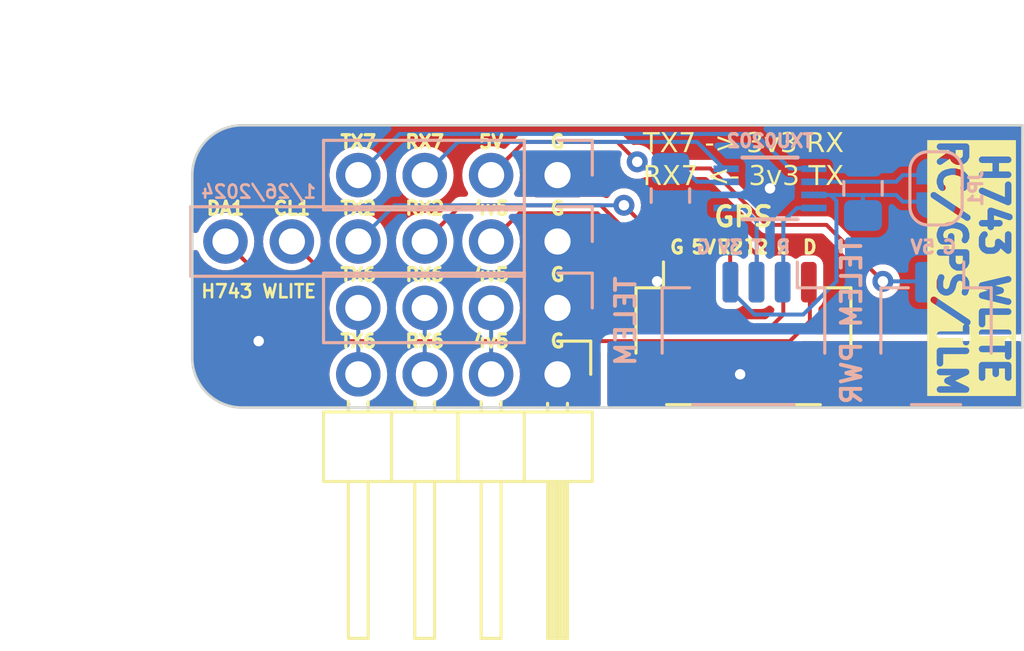
<source format=kicad_pcb>
(kicad_pcb (version 20221018) (generator pcbnew)
  (title_block (title "MATEK H743 WLITE RC/GPS/TLM Breakout with Level Shifter") (date "2024-01-28") (rev "1.0"))
  (layers (0 "F.Cu" signal) (1 "In1.Cu" signal) (2 "In2.Cu" signal) (31 "B.Cu" signal) (34 "B.Paste" user) (35 "F.Paste" user) (36 "B.SilkS" user "B.Silkscreen") (37 "F.SilkS" user "F.Silkscreen") (38 "B.Mask" user) (39 "F.Mask" user) (44 "Edge.Cuts" user))
  (net 0 "")
  (net 1 "GND")
  (net 2 "+4V")
  (net 3 "/all_three/RX2")
  (net 4 "/all_three/TX2")
  (net 5 "/all_three/CL1")
  (net 6 "/all_three/DA1")
  (net 7 "/all_three/RX6")
  (net 8 "/all_three/TX6")
  (net 9 "+5V")
  (net 10 "/all_three/RX7")
  (net 11 "/all_three/TX7")
  (net 12 "+3.3V")
  (net 13 "/all_three/RX_3V")
  (net 14 "/all_three/TX_3V")
  (net 15 "Net-(JP1-A)")
  (net 16 "/all_three/4V5")
  (net 17 "/all_three/MP")
  (footprint "Library:JST_SH_SM06B-SRSS-TB_1x06-1MP_P1.00mm_Horizontal" (layer "F.Cu") (at 146.812 138.176)
    (fp_text reference "J4" hide)
    (fp_text value "GPS")
    (fp_line (start -4.11 -1.785) (end -3.06 -1.785) (stroke (width 0.12)) (layer "F.SilkS"))
    (fp_line (start -4.11 0.715) (end -4.11 -1.785) (stroke (width 0.12)) (layer "F.SilkS"))
    (fp_line (start -3.06 -1.785) (end -3.06 -2.775) (stroke (width 0.12)) (layer "F.SilkS"))
    (fp_line (start -2.94 2.685) (end 2.94 2.685) (stroke (width 0.12)) (layer "F.SilkS"))
    (fp_line (start 4.11 -1.785) (end 3.06 -1.785) (stroke (width 0.12)) (layer "F.SilkS"))
    (fp_line (start 4.11 0.715) (end 4.11 -1.785) (stroke (width 0.12)) (layer "F.SilkS"))
    (pad "1" smd roundrect (at -2.5 -2) (size 0.6 1.55) (layers "F.Cu" "F.Paste" "F.Mask") (net 1 "GND"))
    (pad "2" smd roundrect (at -1.5 -2) (size 0.6 1.55) (layers "F.Cu" "F.Paste" "F.Mask") (net 16 "/all_three/4V5"))
    (pad "3" smd roundrect (at -0.5 -2) (size 0.6 1.55) (layers "F.Cu" "F.Paste" "F.Mask") (net 3 "/all_three/RX2"))
    (pad "4" smd roundrect (at 0.5 -2) (size 0.6 1.55) (layers "F.Cu" "F.Paste" "F.Mask") (net 4 "/all_three/TX2"))
    (pad "5" smd roundrect (at 1.5 -2) (size 0.6 1.55) (layers "F.Cu" "F.Paste" "F.Mask") (net 5 "/all_three/CL1"))
    (pad "6" smd roundrect (at 2.5 -2) (size 0.6 1.55) (layers "F.Cu" "F.Paste" "F.Mask") (net 6 "/all_three/DA1"))
    (pad "MP" smd roundrect (at -3.8 1.875) (size 1.2 1.8) (layers "F.Cu" "F.Paste" "F.Mask") (roundrect_rratio 0.208333) (net 17 "/all_three/MP"))
    (pad "MP" smd roundrect (at 3.8 1.875) (size 1.2 1.8) (layers "F.Cu" "F.Paste" "F.Mask") (roundrect_rratio 0.208333) (net 17 "/all_three/MP"))
  )
  (footprint "Connector_PinHeader_2.54mm:PinHeader_1x04_P2.54mm_Horizontal" (layer "F.Cu") (at 139.7 139.7 -90)
    (fp_text reference "J5" hide)
    (fp_text value "RC")
    (fp_line (start -1.27 -1.27) (end 0 -1.27) (stroke (width 0.12)) (layer "F.SilkS"))
    (fp_line (start -1.27 0) (end -1.27 -1.27) (stroke (width 0.12)) (layer "F.SilkS"))
    (fp_line (start 1.042929 2.16) (end 1.44 2.16) (stroke (width 0.12)) (layer "F.SilkS"))
    (fp_line (start 1.042929 2.92) (end 1.44 2.92) (stroke (width 0.12)) (layer "F.SilkS"))
    (fp_line (start 1.042929 4.7) (end 1.44 4.7) (stroke (width 0.12)) (layer "F.SilkS"))
    (fp_line (start 1.042929 5.46) (end 1.44 5.46) (stroke (width 0.12)) (layer "F.SilkS"))
    (fp_line (start 1.042929 7.24) (end 1.44 7.24) (stroke (width 0.12)) (layer "F.SilkS"))
    (fp_line (start 1.042929 8) (end 1.44 8) (stroke (width 0.12)) (layer "F.SilkS"))
    (fp_line (start 1.11 -0.38) (end 1.44 -0.38) (stroke (width 0.12)) (layer "F.SilkS"))
    (fp_line (start 1.11 0.38) (end 1.44 0.38) (stroke (width 0.12)) (layer "F.SilkS"))
    (fp_line (start 1.44 -1.33) (end 1.44 8.95) (stroke (width 0.12)) (layer "F.SilkS"))
    (fp_line (start 1.44 1.27) (end 4.1 1.27) (stroke (width 0.12)) (layer "F.SilkS"))
    (fp_line (start 1.44 3.81) (end 4.1 3.81) (stroke (width 0.12)) (layer "F.SilkS"))
    (fp_line (start 1.44 6.35) (end 4.1 6.35) (stroke (width 0.12)) (layer "F.SilkS"))
    (fp_line (start 1.44 8.95) (end 4.1 8.95) (stroke (width 0.12)) (layer "F.SilkS"))
    (fp_line (start 4.1 -1.33) (end 1.44 -1.33) (stroke (width 0.12)) (layer "F.SilkS"))
    (fp_line (start 4.1 -0.38) (end 10.1 -0.38) (stroke (width 0.12)) (layer "F.SilkS"))
    (fp_line (start 4.1 -0.32) (end 10.1 -0.32) (stroke (width 0.12)) (layer "F.SilkS"))
    (fp_line (start 4.1 -0.2) (end 10.1 -0.2) (stroke (width 0.12)) (layer "F.SilkS"))
    (fp_line (start 4.1 -0.08) (end 10.1 -0.08) (stroke (width 0.12)) (layer "F.SilkS"))
    (fp_line (start 4.1 0.04) (end 10.1 0.04) (stroke (width 0.12)) (layer "F.SilkS"))
    (fp_line (start 4.1 0.16) (end 10.1 0.16) (stroke (width 0.12)) (layer "F.SilkS"))
    (fp_line (start 4.1 0.28) (end 10.1 0.28) (stroke (width 0.12)) (layer "F.SilkS"))
    (fp_line (start 4.1 2.16) (end 10.1 2.16) (stroke (width 0.12)) (layer "F.SilkS"))
    (fp_line (start 4.1 4.7) (end 10.1 4.7) (stroke (width 0.12)) (layer "F.SilkS"))
    (fp_line (start 4.1 7.24) (end 10.1 7.24) (stroke (width 0.12)) (layer "F.SilkS"))
    (fp_line (start 4.1 8.95) (end 4.1 -1.33) (stroke (width 0.12)) (layer "F.SilkS"))
    (fp_line (start 10.1 -0.38) (end 10.1 0.38) (stroke (width 0.12)) (layer "F.SilkS"))
    (fp_line (start 10.1 0.38) (end 4.1 0.38) (stroke (width 0.12)) (layer "F.SilkS"))
    (fp_line (start 10.1 2.16) (end 10.1 2.92) (stroke (width 0.12)) (layer "F.SilkS"))
    (fp_line (start 10.1 2.92) (end 4.1 2.92) (stroke (width 0.12)) (layer "F.SilkS"))
    (fp_line (start 10.1 4.7) (end 10.1 5.46) (stroke (width 0.12)) (layer "F.SilkS"))
    (fp_line (start 10.1 5.46) (end 4.1 5.46) (stroke (width 0.12)) (layer "F.SilkS"))
    (fp_line (start 10.1 7.24) (end 10.1 8) (stroke (width 0.12)) (layer "F.SilkS"))
    (fp_line (start 10.1 8) (end 4.1 8) (stroke (width 0.12)) (layer "F.SilkS"))
    (pad "1" thru_hole rect (at 0 0 270) (size 1.7 1.7) (drill 1) (layers "*.Cu" "*.Mask") (net 1 "GND"))
    (pad "2" thru_hole oval (at 0 2.54 270) (size 1.7 1.7) (drill 1) (layers "*.Cu" "*.Mask") (net 2 "+4V"))
    (pad "3" thru_hole oval (at 0 5.08 270) (size 1.7 1.7) (drill 1) (layers "*.Cu" "*.Mask") (net 7 "/all_three/RX6"))
    (pad "4" thru_hole oval (at 0 7.62 270) (size 1.7 1.7) (drill 1) (layers "*.Cu" "*.Mask") (net 8 "/all_three/TX6"))
  )
  (footprint "Library:JST_SH_SM04B-SRSS-TB_1x04-1MP_P1.00mm_Horizontal" (layer "B.Cu") (at 146.812 138.176 180)
    (fp_text reference "J8" hide)
    (fp_text value "Conn_01x05")
    (fp_line (start -3.11 -0.715) (end -3.11 1.785) (stroke (width 0.12)) (layer "B.SilkS"))
    (fp_line (start -3.11 1.785) (end -2.06 1.785) (stroke (width 0.12)) (layer "B.SilkS"))
    (fp_line (start -2.06 1.785) (end -2.06 2.775) (stroke (width 0.12)) (layer "B.SilkS"))
    (fp_line (start -1.94 -2.685) (end 1.94 -2.685) (stroke (width 0.12)) (layer "B.SilkS"))
    (fp_line (start 3.11 -0.715) (end 3.11 1.785) (stroke (width 0.12)) (layer "B.SilkS"))
    (fp_line (start 3.11 1.785) (end 2.06 1.785) (stroke (width 0.12)) (layer "B.SilkS"))
    (pad "1" smd roundrect (at -1.5 2 180) (size 0.6 1.55) (layers "B.Cu" "B.Paste" "B.Mask") (net 13 "/all_three/RX_3V"))
    (pad "2" smd roundrect (at -0.5 2 180) (size 0.6 1.55) (layers "B.Cu" "B.Paste" "B.Mask") (net 14 "/all_three/TX_3V"))
    (pad "3" smd roundrect (at 0.5 2 180) (size 0.6 1.55) (layers "B.Cu" "B.Paste" "B.Mask") (net 12 "+3.3V"))
    (pad "4" smd roundrect (at 1.5 2 180) (size 0.6 1.55) (layers "B.Cu" "B.Paste" "B.Mask") (net 1 "GND"))
    (pad "MP" smd roundrect (at -2.8 -1.875 180) (size 1.2 1.8) (layers "B.Cu" "B.Paste" "B.Mask") (roundrect_rratio 0.208333) (net 17 "/all_three/MP"))
    (pad "MP" smd roundrect (at 2.8 -1.875 180) (size 1.2 1.8) (layers "B.Cu" "B.Paste" "B.Mask") (roundrect_rratio 0.208333) (net 17 "/all_three/MP"))
  )
  (footprint "Capacitor_SMD:C_0805_2012Metric_Pad1.18x1.45mm_HandSolder" (layer "B.Cu") (at 144.018 132.8635 -90)
    (fp_text reference "C1" hide)
    (fp_text value "0.1uF")
    (fp_line (start -0.261252 -0.735) (end 0.261252 -0.735) (stroke (width 0.12)) (layer "B.SilkS"))
    (fp_line (start -0.261252 0.735) (end 0.261252 0.735) (stroke (width 0.12)) (layer "B.SilkS"))
    (pad "1" smd roundrect (at -1.0375 0 270) (size 1.175 1.45) (layers "B.Cu" "B.Paste" "B.Mask") (roundrect_rratio 0.212766) (net 9 "+5V"))
    (pad "2" smd roundrect (at 1.0375 0 270) (size 1.175 1.45) (layers "B.Cu" "B.Paste" "B.Mask") (roundrect_rratio 0.212766) (net 1 "GND"))
  )
  (footprint "Connector_JST:JST_SH_SM02B-SRSS-TB_1x02-1MP_P1.00mm_Horizontal" (layer "B.Cu") (at 154.178 138.176 180)
    (fp_text reference "J6" hide)
    (fp_text value "5V_PWR")
    (fp_line (start -2.11 -0.715) (end -2.11 1.785) (stroke (width 0.12)) (layer "B.SilkS"))
    (fp_line (start -2.11 1.785) (end -1.06 1.785) (stroke (width 0.12)) (layer "B.SilkS"))
    (fp_line (start -1.06 1.785) (end -1.06 2.775) (stroke (width 0.12)) (layer "B.SilkS"))
    (fp_line (start -0.94 -2.685) (end 0.94 -2.685) (stroke (width 0.12)) (layer "B.SilkS"))
    (fp_line (start 2.11 -0.715) (end 2.11 1.785) (stroke (width 0.12)) (layer "B.SilkS"))
    (fp_line (start 2.11 1.785) (end 1.06 1.785) (stroke (width 0.12)) (layer "B.SilkS"))
    (pad "1" smd roundrect (at -0.5 2 180) (size 0.6 1.55) (layers "B.Cu" "B.Paste" "B.Mask") (net 1 "GND"))
    (pad "2" smd roundrect (at 0.5 2 180) (size 0.6 1.55) (layers "B.Cu" "B.Paste" "B.Mask") (net 9 "+5V"))
    (pad "MP" smd roundrect (at -1.8 -1.875 180) (size 1.2 1.8) (layers "B.Cu" "B.Paste" "B.Mask") (roundrect_rratio 0.208333) (net 17 "/all_three/MP"))
    (pad "MP" smd roundrect (at 1.8 -1.875 180) (size 1.2 1.8) (layers "B.Cu" "B.Paste" "B.Mask") (roundrect_rratio 0.208333) (net 17 "/all_three/MP"))
  )
  (footprint "Connector_PinSocket_2.54mm:PinSocket_1x06_P2.54mm_Vertical" (layer "B.Cu") (at 139.7 134.62 90)
    (fp_text reference "J1" hide)
    (fp_text value "GPS_BRD")
    (fp_line (start -1.33 -14.03) (end 1.33 -14.03) (stroke (width 0.12)) (layer "B.SilkS"))
    (fp_line (start -1.33 -1.27) (end -1.33 -14.03) (stroke (width 0.12)) (layer "B.SilkS"))
    (fp_line (start -1.33 -1.27) (end 1.33 -1.27) (stroke (width 0.12)) (layer "B.SilkS"))
    (fp_line (start 0 1.33) (end 1.33 1.33) (stroke (width 0.12)) (layer "B.SilkS"))
    (fp_line (start 1.33 -1.27) (end 1.33 -14.03) (stroke (width 0.12)) (layer "B.SilkS"))
    (fp_line (start 1.33 1.33) (end 1.33 0) (stroke (width 0.12)) (layer "B.SilkS"))
    (pad "1" thru_hole rect (at 0 0 90) (size 1.7 1.7) (drill 1) (layers "*.Cu" "*.Mask") (net 1 "GND"))
    (pad "2" thru_hole oval (at 0 -2.54 90) (size 1.7 1.7) (drill 1) (layers "*.Cu" "*.Mask") (net 16 "/all_three/4V5"))
    (pad "3" thru_hole oval (at 0 -5.08 90) (size 1.7 1.7) (drill 1) (layers "*.Cu" "*.Mask") (net 3 "/all_three/RX2"))
    (pad "4" thru_hole oval (at 0 -7.62 90) (size 1.7 1.7) (drill 1) (layers "*.Cu" "*.Mask") (net 4 "/all_three/TX2"))
    (pad "5" thru_hole oval (at 0 -10.16 90) (size 1.7 1.7) (drill 1) (layers "*.Cu" "*.Mask") (net 5 "/all_three/CL1"))
    (pad "6" thru_hole oval (at 0 -12.7 90) (size 1.7 1.7) (drill 1) (layers "*.Cu" "*.Mask") (net 6 "/all_three/DA1"))
  )
  (footprint "Connector_PinSocket_2.54mm:PinSocket_1x04_P2.54mm_Vertical" (layer "B.Cu") (at 139.7 137.16 90)
    (fp_text reference "J3" hide)
    (fp_text value "RC_BRD")
    (fp_line (start -1.33 -8.95) (end 1.33 -8.95) (stroke (width 0.12)) (layer "B.SilkS"))
    (fp_line (start -1.33 -1.27) (end -1.33 -8.95) (stroke (width 0.12)) (layer "B.SilkS"))
    (fp_line (start -1.33 -1.27) (end 1.33 -1.27) (stroke (width 0.12)) (layer "B.SilkS"))
    (fp_line (start 0 1.33) (end 1.33 1.33) (stroke (width 0.12)) (layer "B.SilkS"))
    (fp_line (start 1.33 -1.27) (end 1.33 -8.95) (stroke (width 0.12)) (layer "B.SilkS"))
    (fp_line (start 1.33 1.33) (end 1.33 0) (stroke (width 0.12)) (layer "B.SilkS"))
    (pad "1" thru_hole rect (at 0 0 90) (size 1.7 1.7) (drill 1) (layers "*.Cu" "*.Mask") (net 1 "GND"))
    (pad "2" thru_hole oval (at 0 -2.54 90) (size 1.7 1.7) (drill 1) (layers "*.Cu" "*.Mask") (net 2 "+4V"))
    (pad "3" thru_hole oval (at 0 -5.08 90) (size 1.7 1.7) (drill 1) (layers "*.Cu" "*.Mask") (net 7 "/all_three/RX6"))
    (pad "4" thru_hole oval (at 0 -7.62 90) (size 1.7 1.7) (drill 1) (layers "*.Cu" "*.Mask") (net 8 "/all_three/TX6"))
  )
  (footprint "Jumper:SolderJumper-2_P1.3mm_Bridged_RoundedPad1.0x1.5mm" (layer "B.Cu") (at 154.178 132.588 -90)
    (fp_text reference "JP1" (at 0 -1.524 90) (layer "B.SilkS") (effects (font (size 0.5 0.5)) (justify mirror)))
    (fp_text value "Jumper_2_Bridged")
    (fp_poly (pts (xy 0.25 0.3) (xy -0.25 0.3) (xy -0.25 -0.3) (xy 0.25 -0.3)) (fill solid) (layer "B.Cu"))
    (fp_line (start -1.4 -0.3) (end -1.4 0.3) (stroke (width 0.12)) (layer "B.SilkS"))
    (fp_line (start -0.7 1) (end 0.7 1) (stroke (width 0.12)) (layer "B.SilkS"))
    (fp_line (start 0.7 -1) (end -0.7 -1) (stroke (width 0.12)) (layer "B.SilkS"))
    (fp_line (start 1.4 0.3) (end 1.4 -0.3) (stroke (width 0.12)) (layer "B.SilkS"))
    (fp_arc (start -1.4 -0.3) (mid -1.194975 -0.794975) (end -0.7 -1) (stroke (width 0.12)) (layer "B.SilkS"))
    (fp_arc (start -0.7 1) (mid -1.194975 0.794975) (end -1.4 0.3) (stroke (width 0.12)) (layer "B.SilkS"))
    (fp_arc (start 0.7 -1) (mid 1.194975 -0.794975) (end 1.4 -0.3) (stroke (width 0.12)) (layer "B.SilkS"))
    (fp_arc (start 1.4 0.3) (mid 1.194975 0.794975) (end 0.7 1) (stroke (width 0.12)) (layer "B.SilkS"))
    (pad "1" smd custom (at -0.65 0 270) (size 1 0.5) (layers "B.Cu" "B.Mask") (net 15 "Net-(JP1-A)") (options (clearance outline) (anchor rect)) (primitives (gr_circle (center 0 -0.25) (end 0.5 -0.25) (width 0) (fill yes)) (gr_circle (center 0 0.25) (end 0.5 0.25) (width 0) (fill yes)) (gr_poly (pts (xy 0.5 -0.75) (xy 0 -0.75) (xy 0 0.75) (xy 0.5 0.75)) (width 0) (fill yes))))
    (pad "2" smd custom (at 0.65 0 270) (size 1 0.5) (layers "B.Cu" "B.Mask") (net 12 "+3.3V") (options (clearance outline) (anchor rect)) (primitives (gr_circle (center 0 -0.25) (end 0.5 -0.25) (width 0) (fill yes)) (gr_circle (center 0 0.25) (end 0.5 0.25) (width 0) (fill yes)) (gr_poly (pts (xy 0 -0.75) (xy -0.5 -0.75) (xy -0.5 0.75) (xy 0 0.75)) (width 0) (fill yes))))
  )
  (footprint "Library:SO8_DCU_TEX-M" (layer "B.Cu") (at 147.828 132.588)
    (fp_text reference "U1" hide)
    (fp_text value "TXU0202DCUR")
    (fp_line (start -1.058323 -1.1811) (end 1.058323 -1.1811) (stroke (width 0.1524)) (layer "B.SilkS"))
    (fp_line (start 1.058323 1.1811) (end -1.058323 1.1811) (stroke (width 0.1524)) (layer "B.SilkS"))
    (pad "1" smd rect (at -1.6764 0.750189) (size 0.9652 0.254) (layers "B.Cu" "B.Paste" "B.Mask") (net 14 "/all_three/TX_3V"))
    (pad "2" smd rect (at -1.6764 0.250063) (size 0.9652 0.254) (layers "B.Cu" "B.Paste" "B.Mask") (net 1 "GND"))
    (pad "3" smd rect (at -1.6764 -0.250063) (size 0.9652 0.254) (layers "B.Cu" "B.Paste" "B.Mask") (net 9 "+5V"))
    (pad "4" smd rect (at -1.6764 -0.750189) (size 0.9652 0.254) (layers "B.Cu" "B.Paste" "B.Mask") (net 10 "/all_three/RX7"))
    (pad "5" smd rect (at 1.6764 -0.750189) (size 0.9652 0.254) (layers "B.Cu" "B.Paste" "B.Mask") (net 11 "/all_three/TX7"))
    (pad "6" smd rect (at 1.6764 -0.250063) (size 0.9652 0.254) (layers "B.Cu" "B.Paste" "B.Mask") (net 15 "Net-(JP1-A)"))
    (pad "7" smd rect (at 1.6764 0.250063) (size 0.9652 0.254) (layers "B.Cu" "B.Paste" "B.Mask") (net 12 "+3.3V"))
    (pad "8" smd rect (at 1.6764 0.750189) (size 0.9652 0.254) (layers "B.Cu" "B.Paste" "B.Mask") (net 13 "/all_three/RX_3V"))
  )
  (footprint "Connector_PinSocket_2.54mm:PinSocket_1x04_P2.54mm_Vertical" (layer "B.Cu") (at 139.7 132.08 90)
    (fp_text reference "J2" hide)
    (fp_text value "TLM_BRD")
    (fp_line (start -1.33 -8.95) (end 1.33 -8.95) (stroke (width 0.12)) (layer "B.SilkS"))
    (fp_line (start -1.33 -1.27) (end -1.33 -8.95) (stroke (width 0.12)) (layer "B.SilkS"))
    (fp_line (start -1.33 -1.27) (end 1.33 -1.27) (stroke (width 0.12)) (layer "B.SilkS"))
    (fp_line (start 0 1.33) (end 1.33 1.33) (stroke (width 0.12)) (layer "B.SilkS"))
    (fp_line (start 1.33 -1.27) (end 1.33 -8.95) (stroke (width 0.12)) (layer "B.SilkS"))
    (fp_line (start 1.33 1.33) (end 1.33 0) (stroke (width 0.12)) (layer "B.SilkS"))
    (pad "1" thru_hole rect (at 0 0 90) (size 1.7 1.7) (drill 1) (layers "*.Cu" "*.Mask") (net 1 "GND"))
    (pad "2" thru_hole oval (at 0 -2.54 90) (size 1.7 1.7) (drill 1) (layers "*.Cu" "*.Mask") (net 9 "+5V"))
    (pad "3" thru_hole oval (at 0 -5.08 90) (size 1.7 1.7) (drill 1) (layers "*.Cu" "*.Mask") (net 10 "/all_three/RX7"))
    (pad "4" thru_hole oval (at 0 -7.62 90) (size 1.7 1.7) (drill 1) (layers "*.Cu" "*.Mask") (net 11 "/all_three/TX7"))
  )
  (footprint "Capacitor_SMD:C_0805_2012Metric_Pad1.18x1.45mm_HandSolder" (layer "B.Cu") (at 151.384 132.588 90)
    (fp_text reference "C2" hide)
    (fp_text value "0.1uF")
    (fp_line (start -0.261252 -0.735) (end 0.261252 -0.735) (stroke (width 0.12)) (layer "B.SilkS"))
    (fp_line (start -0.261252 0.735) (end 0.261252 0.735) (stroke (width 0.12)) (layer "B.SilkS"))
    (pad "1" smd roundrect (at -1.0375 0 90) (size 1.175 1.45) (layers "B.Cu" "B.Paste" "B.Mask") (roundrect_rratio 0.212766) (net 12 "+3.3V"))
    (pad "2" smd roundrect (at 1.0375 0 90) (size 1.175 1.45) (layers "B.Cu" "B.Paste" "B.Mask") (roundrect_rratio 0.212766) (net 1 "GND"))
  )
  (gr_line (start 157.48 140.97) (end 127.635 140.97) (stroke (width 0.1)) (layer "Edge.Cuts"))
  (gr_line (start 157.48 130.175) (end 157.48 140.97) (stroke (width 0.1)) (layer "Edge.Cuts"))
  (gr_line (start 127.635 130.175) (end 157.48 130.175) (stroke (width 0.1)) (layer "Edge.Cuts"))
  (gr_line (start 125.73 139.065) (end 125.73 132.08) (stroke (width 0.1)) (layer "Edge.Cuts"))
  (gr_arc (start 125.73 132.08) (mid 126.287962 130.732962) (end 127.635 130.175) (stroke (width 0.1)) (layer "Edge.Cuts"))
  (gr_arc (start 127.635 140.97) (mid 126.287962 140.412038) (end 125.73 139.065) (stroke (width 0.1)) (layer "Edge.Cuts"))
  (gr_text "3V" (at 146.304 135.128) (layer "B.SilkS") (effects (font (size 0.5 0.5) (thickness 0.125)) (justify bottom mirror)))
  (gr_text "5V" (at 153.67 135.128) (layer "B.SilkS") (effects (font (size 0.5 0.5) (thickness 0.125)) (justify bottom mirror)))
  (gr_text "G" (at 145.288 135.128) (layer "B.SilkS") (effects (font (size 0.5 0.5) (thickness 0.125)) (justify bottom mirror)))
  (gr_text "G" (at 154.686 135.128) (layer "B.SilkS") (effects (font (size 0.5 0.5) (thickness 0.125)) (justify bottom mirror)))
  (gr_text "TELEM PWR" (at 151.384 137.668 90) (layer "B.SilkS") (effects (font (size 0.75 0.75)) (justify bottom mirror)))
  (gr_text "T" (at 147.32 135.128) (layer "B.SilkS") (effects (font (size 0.5 0.5) (thickness 0.125)) (justify bottom mirror)))
  (gr_text "TXU0202" (at 147.828 131.064) (layer "B.SilkS") (effects (font (size 0.5 0.5) (thickness 0.3) bold) (justify bottom mirror)))
  (gr_text "R" (at 148.336 135.128) (layer "B.SilkS") (effects (font (size 0.5 0.5) (thickness 0.125)) (justify bottom mirror)))
  (gr_text "TELEM" (at 142.748 137.668 90) (layer "B.SilkS") (effects (font (size 0.75 0.75)) (justify bottom mirror)))
  (gr_text "1/26/2024" (at 128.27 132.715) (layer "B.SilkS") (effects (font (size 0.5 0.5) (thickness 0.1) bold) (justify mirror)))
  (gr_text "GPS" (at 146.812 134.112) (layer "F.SilkS") (effects (font (size 0.75 0.75)) (justify bottom)))
  (gr_text "C" (at 148.336 135.128) (layer "F.SilkS") (effects (font (size 0.5 0.5) (thickness 0.125)) (justify bottom)))
  (gr_text "4v5" (at 137.16 133.35) (layer "F.SilkS") (effects (font (size 0.5 0.5) (thickness 0.125))))
  (gr_text "TX6" (at 132.08 135.89) (layer "F.SilkS") (effects (font (size 0.5 0.5) (thickness 0.125))))
  (gr_text "RX6" (at 134.62 138.43) (layer "F.SilkS") (effects (font (size 0.5 0.5) (thickness 0.125))))
  (gr_text "H743 WLITE" (at 128.27 136.525) (layer "F.SilkS") (effects (font (size 0.5 0.5) (thickness 0.1) bold)))
  (gr_text "TX7 -> 3v3 RX\nRX7 <- 3v3 TX" (at 146.812 132.588) (layer "F.SilkS") (effects (font (size 0.75 0.75)) (justify bottom)))
  (gr_text "DA1" (at 127 133.35) (layer "F.SilkS") (effects (font (size 0.5 0.5) (thickness 0.125))))
  (gr_text "RX2" (at 134.62 133.35) (layer "F.SilkS") (effects (font (size 0.5 0.5) (thickness 0.125))))
  (gr_text "H743 WLITE\nRC/GPS/TLM" (at 156.972 135.636 270) (layer "F.SilkS" knockout) (effects (font (size 1 1) (thickness 0.25) bold) (justify top)))
  (gr_text "D" (at 149.352 135.128) (layer "F.SilkS") (effects (font (size 0.5 0.5) (thickness 0.125)) (justify bottom)))
  (gr_text "G" (at 139.7 135.89) (layer "F.SilkS") (effects (font (size 0.5 0.5) (thickness 0.125))))
  (gr_text "TX7" (at 132.08 130.81) (layer "F.SilkS") (effects (font (size 0.5 0.5) (thickness 0.125))))
  (gr_text "4v5" (at 137.16 135.89) (layer "F.SilkS") (effects (font (size 0.5 0.5) (thickness 0.125))))
  (gr_text "G" (at 139.7 130.81) (layer "F.SilkS") (effects (font (size 0.5 0.5) (thickness 0.125))))
  (gr_text "G" (at 144.272 135.128) (layer "F.SilkS") (effects (font (size 0.5 0.5) (thickness 0.125)) (justify bottom)))
  (gr_text "CL1" (at 129.54 133.35) (layer "F.SilkS") (effects (font (size 0.5 0.5) (thickness 0.125))))
  (gr_text "4v5" (at 137.16 138.43) (layer "F.SilkS") (effects (font (size 0.5 0.5) (thickness 0.125))))
  (gr_text "TX2" (at 132.08 133.35) (layer "F.SilkS") (effects (font (size 0.5 0.5) (thickness 0.125))))
  (gr_text "T2" (at 147.32 135.128) (layer "F.SilkS") (effects (font (size 0.5 0.5) (thickness 0.125)) (justify bottom)))
  (gr_text "RX7" (at 134.62 130.81) (layer "F.SilkS") (effects (font (size 0.5 0.5) (thickness 0.125))))
  (gr_text "5V" (at 137.16 130.81) (layer "F.SilkS") (effects (font (size 0.5 0.5) (thickness 0.125))))
  (gr_text "G" (at 139.7 133.35) (layer "F.SilkS") (effects (font (size 0.5 0.5) (thickness 0.125))))
  (gr_text "R2" (at 146.304 135.128) (layer "F.SilkS") (effects (font (size 0.5 0.5) (thickness 0.125)) (justify bottom)))
  (gr_text "G" (at 139.7 138.43) (layer "F.SilkS") (effects (font (size 0.5 0.5) (thickness 0.125))))
  (gr_text "RX6" (at 134.62 135.89) (layer "F.SilkS") (effects (font (size 0.5 0.5) (thickness 0.125))))
  (gr_text "TX6" (at 132.08 138.43) (layer "F.SilkS") (effects (font (size 0.5 0.5) (thickness 0.125))))
  (gr_text "5V" (at 145.288 135.128) (layer "F.SilkS") (effects (font (size 0.5 0.5) (thickness 0.125)) (justify bottom)))
  (via (at 143.51 136.144) (size 0.8) (drill 0.4) (layers "F.Cu" "B.Cu") (net 1))
  (via (at 147.828 132.588) (size 0.8) (drill 0.4) (layers "F.Cu" "B.Cu") (net 1))
  (via (at 128.27 138.43) (size 0.8) (drill 0.4) (layers "F.Cu" "B.Cu") (net 1))
  (segment (start 137.16 137.16) (end 137.16 139.7) (width 0.1524) (layer "B.Cu") (net 2))
  (segment (start 134.62 134.62) (end 136.0034 133.2366) (width 0.1524) (layer "F.Cu") (net 3))
  (segment (start 141.353759 133.2366) (end 142.73666 134.619501) (width 0.1524) (layer "F.Cu") (net 3))
  (segment (start 146.304 135.128) (end 146.304 136.144) (width 0.1524) (layer "F.Cu") (net 3))
  (segment (start 142.73666 134.619501) (end 145.795501 134.619501) (width 0.1524) (layer "F.Cu") (net 3))
  (segment (start 145.795501 134.619501) (end 146.304 135.128) (width 0.1524) (layer "F.Cu") (net 3))
  (segment (start 136.0034 133.2366) (end 141.353759 133.2366) (width 0.1524) (layer "F.Cu") (net 3))
  (segment (start 143.117427 134.112) (end 142.24 133.234573) (width 0.1524) (layer "F.Cu") (net 4))
  (segment (start 147.32 135.128) (end 146.304 134.112) (width 0.1524) (layer "F.Cu") (net 4))
  (segment (start 147.32 136.144) (end 147.32 135.128) (width 0.1524) (layer "F.Cu") (net 4))
  (segment (start 146.304 134.112) (end 143.117427 134.112) (width 0.1524) (layer "F.Cu") (net 4))
  (via (at 142.24 133.234573) (size 0.8) (drill 0.4) (layers "F.Cu" "B.Cu") (net 4))
  (segment (start 133.465427 133.234573) (end 142.24 133.234573) (width 0.1524) (layer "B.Cu") (net 4))
  (segment (start 132.08 134.62) (end 133.465427 133.234573) (width 0.1524) (layer "B.Cu") (net 4))
  (segment (start 142.273958 136.4087) (end 142.27396 136.408701) (width 0.1524) (layer "F.Cu") (net 5))
  (segment (start 141.577554 136.398001) (end 141.920405 136.055147) (width 0.1524) (layer "F.Cu") (net 5))
  (segment (start 142.284658 137.458658) (end 142.284659 137.458659) (width 0.1524) (layer "F.Cu") (net 5))
  (segment (start 141.2347 137.801513) (end 141.2347 137.801512) (width 0.1524) (layer "F.Cu") (net 5))
  (segment (start 141.577553 136.397999) (end 141.577554 136.398001) (width 0.1524) (layer "F.Cu") (net 5))
  (segment (start 142.273958 136.055146) (end 142.273959 136.055147) (width 0.1524) (layer "F.Cu") (net 5))
  (segment (start 130.048 135.128) (end 130.81 135.89) (width 0.1524) (layer "F.Cu") (net 5))
  (segment (start 142.998 137.672) (end 142.998 137.187107) (width 0.1524) (layer "F.Cu") (net 5))
  (segment (start 141.588253 137.801512) (end 141.931105 137.458659) (width 0.1524) (layer "F.Cu") (net 5))
  (segment (start 143.780289 137.922) (end 147.828 137.922) (width 0.1524) (layer "F.Cu") (net 5))
  (segment (start 143.498 137.187107) (end 143.498 137.672) (width 0.1524) (layer "F.Cu") (net 5))
  (segment (start 130.81 135.89) (end 140.716 135.89) (width 0.1524) (layer "F.Cu") (net 5))
  (segment (start 142.284659 137.458659) (end 142.748 137.922) (width 0.1524) (layer "F.Cu") (net 5))
  (segment (start 140.716 135.89) (end 141.224 136.398) (width 0.1524) (layer "F.Cu") (net 5))
  (segment (start 142.27396 136.408701) (end 141.2347 137.447959) (width 0.1524) (layer "F.Cu") (net 5))
  (segment (start 141.588253 137.801511) (end 141.588253 137.801512) (width 0.1524) (layer "F.Cu") (net 5))
  (segment (start 148.336 137.414) (end 148.336 136.906) (width 0.1524) (layer "F.Cu") (net 5))
  (segment (start 147.828 137.922) (end 148.336 137.414) (width 0.1524) (layer "F.Cu") (net 5))
  (segment (start 143.748 137.922) (end 143.780289 137.922) (width 0.1524) (layer "F.Cu") (net 5))
  (arc (start 141.224 136.398) (mid 141.400777 136.471223) (end 141.577553 136.397999) (width 0.1524) (layer "F.Cu") (net 5))
  (arc (start 141.920405 136.055147) (mid 142.097181 135.981923) (end 142.273958 136.055146) (width 0.1524) (layer "F.Cu") (net 5))
  (arc (start 142.748 137.922) (mid 142.924777 137.848777) (end 142.998 137.672) (width 0.1524) (layer "F.Cu") (net 5))
  (arc (start 142.998 137.187107) (mid 143.071223 137.01033) (end 143.248 136.937107) (width 0.1524) (layer "F.Cu") (net 5))
  (arc (start 142.273959 136.055147) (mid 142.347182 136.231924) (end 142.273958 136.4087) (width 0.1524) (layer "F.Cu") (net 5))
  (arc (start 143.248 136.937107) (mid 143.424777 137.01033) (end 143.498 137.187107) (width 0.1524) (layer "F.Cu") (net 5))
  (arc (start 141.931105 137.458659) (mid 142.107881 137.385435) (end 142.284658 137.458658) (width 0.1524) (layer "F.Cu") (net 5))
  (arc (start 141.2347 137.447959) (mid 141.161477 137.624736) (end 141.2347 137.801513) (width 0.1524) (layer "F.Cu") (net 5))
  (arc (start 143.498 137.672) (mid 143.571223 137.848777) (end 143.748 137.922) (width 0.1524) (layer "F.Cu") (net 5))
  (arc (start 141.2347 137.801512) (mid 141.411477 137.874735) (end 141.588253 137.801511) (width 0.1524) (layer "F.Cu") (net 5))
  (segment (start 129.671242 137.291242) (end 130.81 138.43) (width 0.1524) (layer "F.Cu") (net 6))
  (segment (start 128.523999 136.584137) (end 128.524 136.584137) (width 0.1524) (layer "F.Cu") (net 6))
  (segment (start 149.352 137.668) (end 149.352 136.906) (width 0.1524) (layer "F.Cu") (net 6))
  (segment (start 129.231106 137.291243) (end 129.231105 137.291243) (width 0.1524) (layer "F.Cu") (net 6))
  (segment (start 129.671242 137.291241) (end 129.671242 137.291242) (width 0.1524) (layer "F.Cu") (net 6))
  (segment (start 128.523998 137.024274) (end 128.523999 137.024274) (width 0.1524) (layer "F.Cu") (net 6))
  (segment (start 129.231105 137.291243) (end 129.231105 137.291242) (width 0.1524) (layer "F.Cu") (net 6))
  (segment (start 128.523999 137.024274) (end 128.790968 137.291243) (width 0.1524) (layer "F.Cu") (net 6))
  (segment (start 148.59 138.43) (end 149.352 137.668) (width 0.1524) (layer "F.Cu") (net 6))
  (segment (start 127.508 135.128) (end 128.524 136.144) (width 0.1524) (layer "F.Cu") (net 6))
  (segment (start 130.81 138.43) (end 148.59 138.43) (width 0.1524) (layer "F.Cu") (net 6))
  (arc (start 128.523999 136.584137) (mid 128.432843 136.804205) (end 128.523998 137.024274) (width 0.1524) (layer "F.Cu") (net 6))
  (arc (start 128.790968 137.291243) (mid 129.011037 137.382399) (end 129.231106 137.291243) (width 0.1524) (layer "F.Cu") (net 6))
  (arc (start 128.524 136.144) (mid 128.615155 136.364069) (end 128.523999 136.584137) (width 0.1524) (layer "F.Cu") (net 6))
  (arc (start 129.231105 137.291242) (mid 129.451173 137.200086) (end 129.671242 137.291241) (width 0.1524) (layer "F.Cu") (net 6))
  (segment (start 134.62 137.16) (end 134.62 139.7) (width 0.1524) (layer "B.Cu") (net 7))
  (segment (start 132.08 137.16) (end 132.08 139.7) (width 0.1524) (layer "B.Cu") (net 8))
  (segment (start 137.16 132.08) (end 138.43 130.81) (width 0.1524) (layer "F.Cu") (net 9))
  (segment (start 147.701 133.985) (end 145.542 131.826) (width 0.1524) (layer "F.Cu") (net 9))
  (segment (start 138.43 130.81) (end 141.986 130.81) (width 0.1524) (layer "F.Cu") (net 9))
  (segment (start 141.986 130.81) (end 142.748 131.572) (width 0.1524) (layer "F.Cu") (net 9))
  (segment (start 145.542 131.826) (end 143.002 131.826) (width 0.1524) (layer "F.Cu") (net 9))
  (segment (start 143.002 131.826) (end 142.748 131.572) (width 0.1524) (layer "F.Cu") (net 9))
  (segment (start 149.987 133.985) (end 147.701 133.985) (width 0.1524) (layer "F.Cu") (net 9))
  (segment (start 152.146 136.144) (end 149.987 133.985) (width 0.1524) (layer "F.Cu") (net 9))
  (via (at 152.146 136.144) (size 0.8) (drill 0.4) (layers "F.Cu" "B.Cu") (net 9))
  (via (at 142.748 131.572) (size 0.8) (drill 0.4) (layers "F.Cu" "B.Cu") (net 9))
  (segment (start 144.018 131.826) (end 143.002 131.826) (width 0.1524) (layer "B.Cu") (net 9))
  (segment (start 144.526 131.826) (end 145.034 132.334) (width 0.1524) (layer "B.Cu") (net 9))
  (segment (start 143.002 131.826) (end 142.748 131.572) (width 0.1524) (layer "B.Cu") (net 9))
  (segment (start 145.034 132.334) (end 146.05 132.334) (width 0.1524) (layer "B.Cu") (net 9))
  (segment (start 152.146 136.144) (end 153.67 136.144) (width 0.1524) (layer "B.Cu") (net 9))
  (segment (start 144.018 131.826) (end 144.526 131.826) (width 0.1524) (layer "B.Cu") (net 9))
  (segment (start 134.62 132.08) (end 135.89 130.81) (width 0.1524) (layer "B.Cu") (net 10))
  (segment (start 135.89 130.81) (end 145.034 130.81) (width 0.1524) (layer "B.Cu") (net 10))
  (segment (start 145.034 130.81) (end 146.05 131.826) (width 0.1524) (layer "B.Cu") (net 10))
  (segment (start 133.654301 130.505699) (end 147.269699 130.505699) (width 0.1524) (layer "B.Cu") (net 11))
  (segment (start 147.269699 130.505699) (end 148.59 131.826) (width 0.1524) (layer "B.Cu") (net 11))
  (segment (start 132.08 132.08) (end 133.654301 130.505699) (width 0.1524) (layer "B.Cu") (net 11))
  (segment (start 148.59 131.826) (end 149.606 131.826) (width 0.1524) (layer "B.Cu") (net 11))
  (segment (start 149.098 137.414) (end 147.239579 137.414) (width 0.1524) (layer "B.Cu") (net 12))
  (segment (start 152.654 132.842) (end 151.384 132.842) (width 0.1524) (layer "B.Cu") (net 12))
  (segment (start 150.1394 132.838063) (end 150.368 133.066663) (width 0.1524) (layer "B.Cu") (net 12))
  (segment (start 149.5044 132.838063) (end 150.1394 132.838063) (width 0.1524) (layer "B.Cu") (net 12))
  (segment (start 151.384 132.842) (end 149.606 132.842) (width 0.1524) (layer "B.Cu") (net 12))
  (segment (start 146.304 136.478421) (end 146.304 136.144) (width 0.1524) (layer "B.Cu") (net 12))
  (segment (start 151.384 133.6255) (end 151.384 132.842) (width 0.1524) (layer "B.Cu") (net 12))
  (segment (start 147.239579 137.414) (end 146.304 136.478421) (width 0.1524) (layer "B.Cu") (net 12))
  (segment (start 150.368 133.066663) (end 150.368 136.144) (width 0.1524) (layer "B.Cu") (net 12))
  (segment (start 154.178 133.096) (end 152.908 133.096) (width 0.1524) (layer "B.Cu") (net 12))
  (segment (start 152.908 133.096) (end 152.654 132.842) (width 0.1524) (layer "B.Cu") (net 12))
  (segment (start 150.368 136.144) (end 149.098 137.414) (width 0.1524) (layer "B.Cu") (net 12))
  (segment (start 148.336 133.858) (end 148.336 136.144) (width 0.1524) (layer "B.Cu") (net 13))
  (segment (start 148.855811 133.338189) (end 148.336 133.858) (width 0.1524) (layer "B.Cu") (net 13))
  (segment (start 149.5044 133.338189) (end 148.855811 133.338189) (width 0.1524) (layer "B.Cu") (net 13))
  (segment (start 147.32 133.858) (end 147.32 135.89) (width 0.1524) (layer "B.Cu") (net 14))
  (segment (start 146.1516 133.338189) (end 146.800189 133.338189) (width 0.1524) (layer "B.Cu") (net 14))
  (segment (start 146.800189 133.338189) (end 147.32 133.858) (width 0.1524) (layer "B.Cu") (net 14))
  (segment (start 152.654 132.334) (end 149.606 132.334) (width 0.1524) (layer "B.Cu") (net 15))
  (segment (start 154.178 132.08) (end 152.908 132.08) (width 0.1524) (layer "B.Cu") (net 15))
  (segment (start 152.908 132.08) (end 152.654 132.334) (width 0.1524) (layer "B.Cu") (net 15))
  (segment (start 137.16 134.62) (end 138.2386 133.5414) (width 0.1524) (layer "F.Cu") (net 16))
  (segment (start 141.228213 133.5414) (end 142.611114 134.924301) (width 0.1524) (layer "F.Cu") (net 16))
  (segment (start 142.611114 134.924301) (end 145.084301 134.924301) (width 0.1524) (layer "F.Cu") (net 16))
  (segment (start 145.084301 134.924301) (end 145.288 135.128) (width 0.1524) (layer "F.Cu") (net 16))
  (segment (start 138.2386 133.5414) (end 141.228213 133.5414) (width 0.1524) (layer "F.Cu") (net 16))
  (segment (start 145.288 135.128) (end 145.288 136.398) (width 0.1524) (layer "F.Cu") (net 16))
  (via (at 146.685 139.7) (size 0.8) (drill 0.4) (layers "F.Cu" "B.Cu") (net 17))
  (zone (net 1) (net_name "GND") (layers "F.Cu" "In1.Cu" "In2.Cu" "B.Cu") (name "GND") (connect_pads yes (clearance 0.25)) (min_thickness 0.25) (fill yes (thermal_gap 0.5) (thermal_bridge_width 0.5))
    (polygon (pts (xy 125.73 130.175) (xy 125.73 140.97) (xy 157.48 140.97) (xy 157.48 130.175)))
  )
  (zone (net 17) (net_name "/all_three/MP") (layers "F&B.Cu") (name "MP") (priority 1) (connect_pads yes (clearance 0.25)) (min_thickness 0.25) (fill yes (thermal_gap 0.5) (thermal_bridge_width 0.5))
    (polygon (pts (xy 141.605 140.97) (xy 141.605 138.43) (xy 157.48 138.43) (xy 157.48 140.97)))
  )
)
</source>
